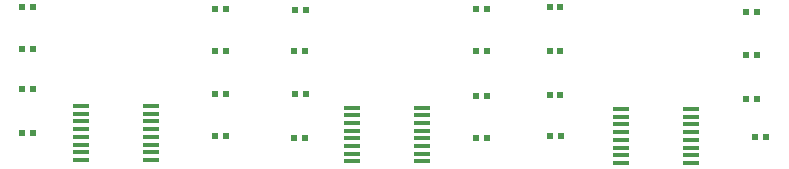
<source format=gbp>
G04*
G04 #@! TF.GenerationSoftware,Altium Limited,Altium Designer,18.1.7 (191)*
G04*
G04 Layer_Color=128*
%FSLAX25Y25*%
%MOIN*%
G70*
G01*
G75*
%ADD15R,0.02441X0.02441*%
%ADD22R,0.02165X0.02165*%
%ADD92R,0.05550X0.01400*%
D15*
X299189Y403000D02*
D03*
X302811D02*
D03*
Y431500D02*
D03*
X299189D02*
D03*
X479811Y415417D02*
D03*
X476189D02*
D03*
X479811Y430000D02*
D03*
X476189D02*
D03*
X389811Y445500D02*
D03*
X386189D02*
D03*
X479811Y444500D02*
D03*
X476189D02*
D03*
X302811Y445500D02*
D03*
X299189D02*
D03*
X302811Y417000D02*
D03*
X299189D02*
D03*
X482811Y402839D02*
D03*
X479189D02*
D03*
X386189Y431500D02*
D03*
X389811D02*
D03*
X386189Y402500D02*
D03*
X389811D02*
D03*
X386189Y416500D02*
D03*
X389811D02*
D03*
D22*
X234728Y446118D02*
D03*
X238272D02*
D03*
X414173Y446000D02*
D03*
X410629D02*
D03*
X410586Y416941D02*
D03*
X414129D02*
D03*
X410586Y431441D02*
D03*
X414129D02*
D03*
X414272Y403000D02*
D03*
X410728D02*
D03*
X329272Y445000D02*
D03*
X325728D02*
D03*
X325768Y416957D02*
D03*
X329311D02*
D03*
X329090Y431457D02*
D03*
X325547D02*
D03*
X325457Y402500D02*
D03*
X329000D02*
D03*
X234728Y432000D02*
D03*
X238272D02*
D03*
X234729Y404043D02*
D03*
X238272D02*
D03*
X234729Y418618D02*
D03*
X238272D02*
D03*
D92*
X254375Y395162D02*
D03*
Y397721D02*
D03*
Y400280D02*
D03*
Y402839D02*
D03*
Y405398D02*
D03*
Y407957D02*
D03*
Y410515D02*
D03*
Y413074D02*
D03*
X277625D02*
D03*
Y410515D02*
D03*
Y407957D02*
D03*
Y405398D02*
D03*
Y402839D02*
D03*
Y400280D02*
D03*
Y397721D02*
D03*
Y395162D02*
D03*
X344875Y394661D02*
D03*
Y397220D02*
D03*
Y399780D02*
D03*
Y402339D02*
D03*
Y404897D02*
D03*
Y407456D02*
D03*
Y410015D02*
D03*
Y412574D02*
D03*
X368125D02*
D03*
Y410015D02*
D03*
Y407456D02*
D03*
Y404897D02*
D03*
Y402339D02*
D03*
Y399780D02*
D03*
Y397220D02*
D03*
Y394661D02*
D03*
X434375Y394162D02*
D03*
Y396721D02*
D03*
Y399279D02*
D03*
Y401838D02*
D03*
Y404397D02*
D03*
Y406956D02*
D03*
Y409515D02*
D03*
Y412075D02*
D03*
X457625D02*
D03*
Y409515D02*
D03*
Y406956D02*
D03*
Y404397D02*
D03*
Y401838D02*
D03*
Y399279D02*
D03*
Y396721D02*
D03*
Y394162D02*
D03*
M02*

</source>
